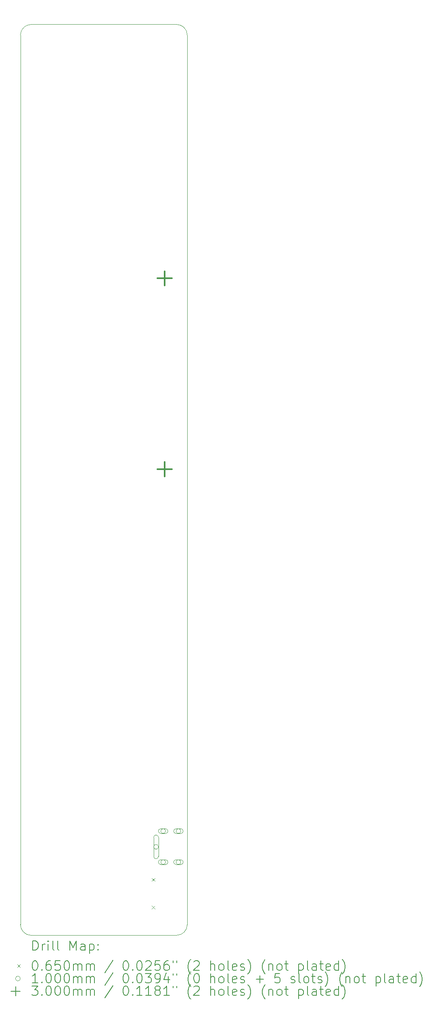
<source format=gbr>
%TF.GenerationSoftware,KiCad,Pcbnew,8.0.5-8.0.5-0~ubuntu24.04.1*%
%TF.CreationDate,2024-10-11T17:30:18+02:00*%
%TF.ProjectId,v_ggtermometer,76e46767-7465-4726-9d6f-6d657465722e,rev?*%
%TF.SameCoordinates,Original*%
%TF.FileFunction,Drillmap*%
%TF.FilePolarity,Positive*%
%FSLAX45Y45*%
G04 Gerber Fmt 4.5, Leading zero omitted, Abs format (unit mm)*
G04 Created by KiCad (PCBNEW 8.0.5-8.0.5-0~ubuntu24.04.1) date 2024-10-11 17:30:18*
%MOMM*%
%LPD*%
G01*
G04 APERTURE LIST*
%ADD10C,0.050000*%
%ADD11C,0.200000*%
%ADD12C,0.100000*%
%ADD13C,0.300000*%
G04 APERTURE END LIST*
D10*
X7375000Y-22300000D02*
G75*
G02*
X7150000Y-22525000I-225000J0D01*
G01*
X3875000Y-22300000D02*
X3875000Y-3650000D01*
X3875000Y-3650000D02*
G75*
G02*
X4100000Y-3425000I225000J0D01*
G01*
X4100000Y-22525000D02*
G75*
G02*
X3875000Y-22300000I0J225000D01*
G01*
X7150000Y-22525000D02*
X4100000Y-22525000D01*
X7150000Y-3425000D02*
G75*
G02*
X7375000Y-3650000I0J-225000D01*
G01*
X4100000Y-3425000D02*
X7150000Y-3425000D01*
X7375000Y-3650000D02*
X7375000Y-22300000D01*
D11*
D12*
X6631519Y-21326019D02*
X6696519Y-21391019D01*
X6696519Y-21326019D02*
X6631519Y-21391019D01*
X6631519Y-21904019D02*
X6696519Y-21969019D01*
X6696519Y-21904019D02*
X6631519Y-21969019D01*
X6770000Y-20670000D02*
G75*
G02*
X6670000Y-20670000I-50000J0D01*
G01*
X6670000Y-20670000D02*
G75*
G02*
X6770000Y-20670000I50000J0D01*
G01*
X6770000Y-20870000D02*
X6770000Y-20470000D01*
X6670000Y-20470000D02*
G75*
G02*
X6770000Y-20470000I50000J0D01*
G01*
X6670000Y-20470000D02*
X6670000Y-20870000D01*
X6670000Y-20870000D02*
G75*
G03*
X6770000Y-20870000I50000J0D01*
G01*
X6920000Y-20340000D02*
G75*
G02*
X6820000Y-20340000I-50000J0D01*
G01*
X6820000Y-20340000D02*
G75*
G02*
X6920000Y-20340000I50000J0D01*
G01*
X6820000Y-20390000D02*
X6920000Y-20390000D01*
X6920000Y-20290000D02*
G75*
G02*
X6920000Y-20390000I0J-50000D01*
G01*
X6920000Y-20290000D02*
X6820000Y-20290000D01*
X6820000Y-20290000D02*
G75*
G03*
X6820000Y-20390000I0J-50000D01*
G01*
X6920000Y-20990000D02*
G75*
G02*
X6820000Y-20990000I-50000J0D01*
G01*
X6820000Y-20990000D02*
G75*
G02*
X6920000Y-20990000I50000J0D01*
G01*
X6820000Y-21040000D02*
X6920000Y-21040000D01*
X6920000Y-20940000D02*
G75*
G02*
X6920000Y-21040000I0J-50000D01*
G01*
X6920000Y-20940000D02*
X6820000Y-20940000D01*
X6820000Y-20940000D02*
G75*
G03*
X6820000Y-21040000I0J-50000D01*
G01*
X7240000Y-20340000D02*
G75*
G02*
X7140000Y-20340000I-50000J0D01*
G01*
X7140000Y-20340000D02*
G75*
G02*
X7240000Y-20340000I50000J0D01*
G01*
X7140000Y-20390000D02*
X7240000Y-20390000D01*
X7240000Y-20290000D02*
G75*
G02*
X7240000Y-20390000I0J-50000D01*
G01*
X7240000Y-20290000D02*
X7140000Y-20290000D01*
X7140000Y-20290000D02*
G75*
G03*
X7140000Y-20390000I0J-50000D01*
G01*
X7240000Y-20990000D02*
G75*
G02*
X7140000Y-20990000I-50000J0D01*
G01*
X7140000Y-20990000D02*
G75*
G02*
X7240000Y-20990000I50000J0D01*
G01*
X7140000Y-21040000D02*
X7240000Y-21040000D01*
X7240000Y-20940000D02*
G75*
G02*
X7240000Y-21040000I0J-50000D01*
G01*
X7240000Y-20940000D02*
X7140000Y-20940000D01*
X7140000Y-20940000D02*
G75*
G03*
X7140000Y-21040000I0J-50000D01*
G01*
D13*
X6900000Y-8600000D02*
X6900000Y-8900000D01*
X6750000Y-8750000D02*
X7050000Y-8750000D01*
X6900000Y-12600000D02*
X6900000Y-12900000D01*
X6750000Y-12750000D02*
X7050000Y-12750000D01*
D11*
X4133277Y-22838984D02*
X4133277Y-22638984D01*
X4133277Y-22638984D02*
X4180896Y-22638984D01*
X4180896Y-22638984D02*
X4209467Y-22648508D01*
X4209467Y-22648508D02*
X4228515Y-22667555D01*
X4228515Y-22667555D02*
X4238039Y-22686603D01*
X4238039Y-22686603D02*
X4247563Y-22724698D01*
X4247563Y-22724698D02*
X4247563Y-22753269D01*
X4247563Y-22753269D02*
X4238039Y-22791365D01*
X4238039Y-22791365D02*
X4228515Y-22810412D01*
X4228515Y-22810412D02*
X4209467Y-22829460D01*
X4209467Y-22829460D02*
X4180896Y-22838984D01*
X4180896Y-22838984D02*
X4133277Y-22838984D01*
X4333277Y-22838984D02*
X4333277Y-22705650D01*
X4333277Y-22743746D02*
X4342801Y-22724698D01*
X4342801Y-22724698D02*
X4352324Y-22715174D01*
X4352324Y-22715174D02*
X4371372Y-22705650D01*
X4371372Y-22705650D02*
X4390420Y-22705650D01*
X4457086Y-22838984D02*
X4457086Y-22705650D01*
X4457086Y-22638984D02*
X4447563Y-22648508D01*
X4447563Y-22648508D02*
X4457086Y-22658031D01*
X4457086Y-22658031D02*
X4466610Y-22648508D01*
X4466610Y-22648508D02*
X4457086Y-22638984D01*
X4457086Y-22638984D02*
X4457086Y-22658031D01*
X4580896Y-22838984D02*
X4561848Y-22829460D01*
X4561848Y-22829460D02*
X4552324Y-22810412D01*
X4552324Y-22810412D02*
X4552324Y-22638984D01*
X4685658Y-22838984D02*
X4666610Y-22829460D01*
X4666610Y-22829460D02*
X4657086Y-22810412D01*
X4657086Y-22810412D02*
X4657086Y-22638984D01*
X4914229Y-22838984D02*
X4914229Y-22638984D01*
X4914229Y-22638984D02*
X4980896Y-22781841D01*
X4980896Y-22781841D02*
X5047563Y-22638984D01*
X5047563Y-22638984D02*
X5047563Y-22838984D01*
X5228515Y-22838984D02*
X5228515Y-22734222D01*
X5228515Y-22734222D02*
X5218991Y-22715174D01*
X5218991Y-22715174D02*
X5199944Y-22705650D01*
X5199944Y-22705650D02*
X5161848Y-22705650D01*
X5161848Y-22705650D02*
X5142801Y-22715174D01*
X5228515Y-22829460D02*
X5209467Y-22838984D01*
X5209467Y-22838984D02*
X5161848Y-22838984D01*
X5161848Y-22838984D02*
X5142801Y-22829460D01*
X5142801Y-22829460D02*
X5133277Y-22810412D01*
X5133277Y-22810412D02*
X5133277Y-22791365D01*
X5133277Y-22791365D02*
X5142801Y-22772317D01*
X5142801Y-22772317D02*
X5161848Y-22762793D01*
X5161848Y-22762793D02*
X5209467Y-22762793D01*
X5209467Y-22762793D02*
X5228515Y-22753269D01*
X5323753Y-22705650D02*
X5323753Y-22905650D01*
X5323753Y-22715174D02*
X5342801Y-22705650D01*
X5342801Y-22705650D02*
X5380896Y-22705650D01*
X5380896Y-22705650D02*
X5399944Y-22715174D01*
X5399944Y-22715174D02*
X5409467Y-22724698D01*
X5409467Y-22724698D02*
X5418991Y-22743746D01*
X5418991Y-22743746D02*
X5418991Y-22800888D01*
X5418991Y-22800888D02*
X5409467Y-22819936D01*
X5409467Y-22819936D02*
X5399944Y-22829460D01*
X5399944Y-22829460D02*
X5380896Y-22838984D01*
X5380896Y-22838984D02*
X5342801Y-22838984D01*
X5342801Y-22838984D02*
X5323753Y-22829460D01*
X5504705Y-22819936D02*
X5514229Y-22829460D01*
X5514229Y-22829460D02*
X5504705Y-22838984D01*
X5504705Y-22838984D02*
X5495182Y-22829460D01*
X5495182Y-22829460D02*
X5504705Y-22819936D01*
X5504705Y-22819936D02*
X5504705Y-22838984D01*
X5504705Y-22715174D02*
X5514229Y-22724698D01*
X5514229Y-22724698D02*
X5504705Y-22734222D01*
X5504705Y-22734222D02*
X5495182Y-22724698D01*
X5495182Y-22724698D02*
X5504705Y-22715174D01*
X5504705Y-22715174D02*
X5504705Y-22734222D01*
D12*
X3807500Y-23135000D02*
X3872500Y-23200000D01*
X3872500Y-23135000D02*
X3807500Y-23200000D01*
D11*
X4171372Y-23058984D02*
X4190420Y-23058984D01*
X4190420Y-23058984D02*
X4209467Y-23068508D01*
X4209467Y-23068508D02*
X4218991Y-23078031D01*
X4218991Y-23078031D02*
X4228515Y-23097079D01*
X4228515Y-23097079D02*
X4238039Y-23135174D01*
X4238039Y-23135174D02*
X4238039Y-23182793D01*
X4238039Y-23182793D02*
X4228515Y-23220888D01*
X4228515Y-23220888D02*
X4218991Y-23239936D01*
X4218991Y-23239936D02*
X4209467Y-23249460D01*
X4209467Y-23249460D02*
X4190420Y-23258984D01*
X4190420Y-23258984D02*
X4171372Y-23258984D01*
X4171372Y-23258984D02*
X4152324Y-23249460D01*
X4152324Y-23249460D02*
X4142801Y-23239936D01*
X4142801Y-23239936D02*
X4133277Y-23220888D01*
X4133277Y-23220888D02*
X4123753Y-23182793D01*
X4123753Y-23182793D02*
X4123753Y-23135174D01*
X4123753Y-23135174D02*
X4133277Y-23097079D01*
X4133277Y-23097079D02*
X4142801Y-23078031D01*
X4142801Y-23078031D02*
X4152324Y-23068508D01*
X4152324Y-23068508D02*
X4171372Y-23058984D01*
X4323753Y-23239936D02*
X4333277Y-23249460D01*
X4333277Y-23249460D02*
X4323753Y-23258984D01*
X4323753Y-23258984D02*
X4314229Y-23249460D01*
X4314229Y-23249460D02*
X4323753Y-23239936D01*
X4323753Y-23239936D02*
X4323753Y-23258984D01*
X4504705Y-23058984D02*
X4466610Y-23058984D01*
X4466610Y-23058984D02*
X4447563Y-23068508D01*
X4447563Y-23068508D02*
X4438039Y-23078031D01*
X4438039Y-23078031D02*
X4418991Y-23106603D01*
X4418991Y-23106603D02*
X4409467Y-23144698D01*
X4409467Y-23144698D02*
X4409467Y-23220888D01*
X4409467Y-23220888D02*
X4418991Y-23239936D01*
X4418991Y-23239936D02*
X4428515Y-23249460D01*
X4428515Y-23249460D02*
X4447563Y-23258984D01*
X4447563Y-23258984D02*
X4485658Y-23258984D01*
X4485658Y-23258984D02*
X4504705Y-23249460D01*
X4504705Y-23249460D02*
X4514229Y-23239936D01*
X4514229Y-23239936D02*
X4523753Y-23220888D01*
X4523753Y-23220888D02*
X4523753Y-23173269D01*
X4523753Y-23173269D02*
X4514229Y-23154222D01*
X4514229Y-23154222D02*
X4504705Y-23144698D01*
X4504705Y-23144698D02*
X4485658Y-23135174D01*
X4485658Y-23135174D02*
X4447563Y-23135174D01*
X4447563Y-23135174D02*
X4428515Y-23144698D01*
X4428515Y-23144698D02*
X4418991Y-23154222D01*
X4418991Y-23154222D02*
X4409467Y-23173269D01*
X4704705Y-23058984D02*
X4609467Y-23058984D01*
X4609467Y-23058984D02*
X4599944Y-23154222D01*
X4599944Y-23154222D02*
X4609467Y-23144698D01*
X4609467Y-23144698D02*
X4628515Y-23135174D01*
X4628515Y-23135174D02*
X4676134Y-23135174D01*
X4676134Y-23135174D02*
X4695182Y-23144698D01*
X4695182Y-23144698D02*
X4704705Y-23154222D01*
X4704705Y-23154222D02*
X4714229Y-23173269D01*
X4714229Y-23173269D02*
X4714229Y-23220888D01*
X4714229Y-23220888D02*
X4704705Y-23239936D01*
X4704705Y-23239936D02*
X4695182Y-23249460D01*
X4695182Y-23249460D02*
X4676134Y-23258984D01*
X4676134Y-23258984D02*
X4628515Y-23258984D01*
X4628515Y-23258984D02*
X4609467Y-23249460D01*
X4609467Y-23249460D02*
X4599944Y-23239936D01*
X4838039Y-23058984D02*
X4857086Y-23058984D01*
X4857086Y-23058984D02*
X4876134Y-23068508D01*
X4876134Y-23068508D02*
X4885658Y-23078031D01*
X4885658Y-23078031D02*
X4895182Y-23097079D01*
X4895182Y-23097079D02*
X4904705Y-23135174D01*
X4904705Y-23135174D02*
X4904705Y-23182793D01*
X4904705Y-23182793D02*
X4895182Y-23220888D01*
X4895182Y-23220888D02*
X4885658Y-23239936D01*
X4885658Y-23239936D02*
X4876134Y-23249460D01*
X4876134Y-23249460D02*
X4857086Y-23258984D01*
X4857086Y-23258984D02*
X4838039Y-23258984D01*
X4838039Y-23258984D02*
X4818991Y-23249460D01*
X4818991Y-23249460D02*
X4809467Y-23239936D01*
X4809467Y-23239936D02*
X4799944Y-23220888D01*
X4799944Y-23220888D02*
X4790420Y-23182793D01*
X4790420Y-23182793D02*
X4790420Y-23135174D01*
X4790420Y-23135174D02*
X4799944Y-23097079D01*
X4799944Y-23097079D02*
X4809467Y-23078031D01*
X4809467Y-23078031D02*
X4818991Y-23068508D01*
X4818991Y-23068508D02*
X4838039Y-23058984D01*
X4990420Y-23258984D02*
X4990420Y-23125650D01*
X4990420Y-23144698D02*
X4999944Y-23135174D01*
X4999944Y-23135174D02*
X5018991Y-23125650D01*
X5018991Y-23125650D02*
X5047563Y-23125650D01*
X5047563Y-23125650D02*
X5066610Y-23135174D01*
X5066610Y-23135174D02*
X5076134Y-23154222D01*
X5076134Y-23154222D02*
X5076134Y-23258984D01*
X5076134Y-23154222D02*
X5085658Y-23135174D01*
X5085658Y-23135174D02*
X5104705Y-23125650D01*
X5104705Y-23125650D02*
X5133277Y-23125650D01*
X5133277Y-23125650D02*
X5152325Y-23135174D01*
X5152325Y-23135174D02*
X5161848Y-23154222D01*
X5161848Y-23154222D02*
X5161848Y-23258984D01*
X5257086Y-23258984D02*
X5257086Y-23125650D01*
X5257086Y-23144698D02*
X5266610Y-23135174D01*
X5266610Y-23135174D02*
X5285658Y-23125650D01*
X5285658Y-23125650D02*
X5314229Y-23125650D01*
X5314229Y-23125650D02*
X5333277Y-23135174D01*
X5333277Y-23135174D02*
X5342801Y-23154222D01*
X5342801Y-23154222D02*
X5342801Y-23258984D01*
X5342801Y-23154222D02*
X5352325Y-23135174D01*
X5352325Y-23135174D02*
X5371372Y-23125650D01*
X5371372Y-23125650D02*
X5399944Y-23125650D01*
X5399944Y-23125650D02*
X5418991Y-23135174D01*
X5418991Y-23135174D02*
X5428515Y-23154222D01*
X5428515Y-23154222D02*
X5428515Y-23258984D01*
X5818991Y-23049460D02*
X5647563Y-23306603D01*
X6076134Y-23058984D02*
X6095182Y-23058984D01*
X6095182Y-23058984D02*
X6114229Y-23068508D01*
X6114229Y-23068508D02*
X6123753Y-23078031D01*
X6123753Y-23078031D02*
X6133277Y-23097079D01*
X6133277Y-23097079D02*
X6142801Y-23135174D01*
X6142801Y-23135174D02*
X6142801Y-23182793D01*
X6142801Y-23182793D02*
X6133277Y-23220888D01*
X6133277Y-23220888D02*
X6123753Y-23239936D01*
X6123753Y-23239936D02*
X6114229Y-23249460D01*
X6114229Y-23249460D02*
X6095182Y-23258984D01*
X6095182Y-23258984D02*
X6076134Y-23258984D01*
X6076134Y-23258984D02*
X6057086Y-23249460D01*
X6057086Y-23249460D02*
X6047563Y-23239936D01*
X6047563Y-23239936D02*
X6038039Y-23220888D01*
X6038039Y-23220888D02*
X6028515Y-23182793D01*
X6028515Y-23182793D02*
X6028515Y-23135174D01*
X6028515Y-23135174D02*
X6038039Y-23097079D01*
X6038039Y-23097079D02*
X6047563Y-23078031D01*
X6047563Y-23078031D02*
X6057086Y-23068508D01*
X6057086Y-23068508D02*
X6076134Y-23058984D01*
X6228515Y-23239936D02*
X6238039Y-23249460D01*
X6238039Y-23249460D02*
X6228515Y-23258984D01*
X6228515Y-23258984D02*
X6218991Y-23249460D01*
X6218991Y-23249460D02*
X6228515Y-23239936D01*
X6228515Y-23239936D02*
X6228515Y-23258984D01*
X6361848Y-23058984D02*
X6380896Y-23058984D01*
X6380896Y-23058984D02*
X6399944Y-23068508D01*
X6399944Y-23068508D02*
X6409467Y-23078031D01*
X6409467Y-23078031D02*
X6418991Y-23097079D01*
X6418991Y-23097079D02*
X6428515Y-23135174D01*
X6428515Y-23135174D02*
X6428515Y-23182793D01*
X6428515Y-23182793D02*
X6418991Y-23220888D01*
X6418991Y-23220888D02*
X6409467Y-23239936D01*
X6409467Y-23239936D02*
X6399944Y-23249460D01*
X6399944Y-23249460D02*
X6380896Y-23258984D01*
X6380896Y-23258984D02*
X6361848Y-23258984D01*
X6361848Y-23258984D02*
X6342801Y-23249460D01*
X6342801Y-23249460D02*
X6333277Y-23239936D01*
X6333277Y-23239936D02*
X6323753Y-23220888D01*
X6323753Y-23220888D02*
X6314229Y-23182793D01*
X6314229Y-23182793D02*
X6314229Y-23135174D01*
X6314229Y-23135174D02*
X6323753Y-23097079D01*
X6323753Y-23097079D02*
X6333277Y-23078031D01*
X6333277Y-23078031D02*
X6342801Y-23068508D01*
X6342801Y-23068508D02*
X6361848Y-23058984D01*
X6504706Y-23078031D02*
X6514229Y-23068508D01*
X6514229Y-23068508D02*
X6533277Y-23058984D01*
X6533277Y-23058984D02*
X6580896Y-23058984D01*
X6580896Y-23058984D02*
X6599944Y-23068508D01*
X6599944Y-23068508D02*
X6609467Y-23078031D01*
X6609467Y-23078031D02*
X6618991Y-23097079D01*
X6618991Y-23097079D02*
X6618991Y-23116127D01*
X6618991Y-23116127D02*
X6609467Y-23144698D01*
X6609467Y-23144698D02*
X6495182Y-23258984D01*
X6495182Y-23258984D02*
X6618991Y-23258984D01*
X6799944Y-23058984D02*
X6704706Y-23058984D01*
X6704706Y-23058984D02*
X6695182Y-23154222D01*
X6695182Y-23154222D02*
X6704706Y-23144698D01*
X6704706Y-23144698D02*
X6723753Y-23135174D01*
X6723753Y-23135174D02*
X6771372Y-23135174D01*
X6771372Y-23135174D02*
X6790420Y-23144698D01*
X6790420Y-23144698D02*
X6799944Y-23154222D01*
X6799944Y-23154222D02*
X6809467Y-23173269D01*
X6809467Y-23173269D02*
X6809467Y-23220888D01*
X6809467Y-23220888D02*
X6799944Y-23239936D01*
X6799944Y-23239936D02*
X6790420Y-23249460D01*
X6790420Y-23249460D02*
X6771372Y-23258984D01*
X6771372Y-23258984D02*
X6723753Y-23258984D01*
X6723753Y-23258984D02*
X6704706Y-23249460D01*
X6704706Y-23249460D02*
X6695182Y-23239936D01*
X6980896Y-23058984D02*
X6942801Y-23058984D01*
X6942801Y-23058984D02*
X6923753Y-23068508D01*
X6923753Y-23068508D02*
X6914229Y-23078031D01*
X6914229Y-23078031D02*
X6895182Y-23106603D01*
X6895182Y-23106603D02*
X6885658Y-23144698D01*
X6885658Y-23144698D02*
X6885658Y-23220888D01*
X6885658Y-23220888D02*
X6895182Y-23239936D01*
X6895182Y-23239936D02*
X6904706Y-23249460D01*
X6904706Y-23249460D02*
X6923753Y-23258984D01*
X6923753Y-23258984D02*
X6961848Y-23258984D01*
X6961848Y-23258984D02*
X6980896Y-23249460D01*
X6980896Y-23249460D02*
X6990420Y-23239936D01*
X6990420Y-23239936D02*
X6999944Y-23220888D01*
X6999944Y-23220888D02*
X6999944Y-23173269D01*
X6999944Y-23173269D02*
X6990420Y-23154222D01*
X6990420Y-23154222D02*
X6980896Y-23144698D01*
X6980896Y-23144698D02*
X6961848Y-23135174D01*
X6961848Y-23135174D02*
X6923753Y-23135174D01*
X6923753Y-23135174D02*
X6904706Y-23144698D01*
X6904706Y-23144698D02*
X6895182Y-23154222D01*
X6895182Y-23154222D02*
X6885658Y-23173269D01*
X7076134Y-23058984D02*
X7076134Y-23097079D01*
X7152325Y-23058984D02*
X7152325Y-23097079D01*
X7447563Y-23335174D02*
X7438039Y-23325650D01*
X7438039Y-23325650D02*
X7418991Y-23297079D01*
X7418991Y-23297079D02*
X7409468Y-23278031D01*
X7409468Y-23278031D02*
X7399944Y-23249460D01*
X7399944Y-23249460D02*
X7390420Y-23201841D01*
X7390420Y-23201841D02*
X7390420Y-23163746D01*
X7390420Y-23163746D02*
X7399944Y-23116127D01*
X7399944Y-23116127D02*
X7409468Y-23087555D01*
X7409468Y-23087555D02*
X7418991Y-23068508D01*
X7418991Y-23068508D02*
X7438039Y-23039936D01*
X7438039Y-23039936D02*
X7447563Y-23030412D01*
X7514229Y-23078031D02*
X7523753Y-23068508D01*
X7523753Y-23068508D02*
X7542801Y-23058984D01*
X7542801Y-23058984D02*
X7590420Y-23058984D01*
X7590420Y-23058984D02*
X7609468Y-23068508D01*
X7609468Y-23068508D02*
X7618991Y-23078031D01*
X7618991Y-23078031D02*
X7628515Y-23097079D01*
X7628515Y-23097079D02*
X7628515Y-23116127D01*
X7628515Y-23116127D02*
X7618991Y-23144698D01*
X7618991Y-23144698D02*
X7504706Y-23258984D01*
X7504706Y-23258984D02*
X7628515Y-23258984D01*
X7866610Y-23258984D02*
X7866610Y-23058984D01*
X7952325Y-23258984D02*
X7952325Y-23154222D01*
X7952325Y-23154222D02*
X7942801Y-23135174D01*
X7942801Y-23135174D02*
X7923753Y-23125650D01*
X7923753Y-23125650D02*
X7895182Y-23125650D01*
X7895182Y-23125650D02*
X7876134Y-23135174D01*
X7876134Y-23135174D02*
X7866610Y-23144698D01*
X8076134Y-23258984D02*
X8057087Y-23249460D01*
X8057087Y-23249460D02*
X8047563Y-23239936D01*
X8047563Y-23239936D02*
X8038039Y-23220888D01*
X8038039Y-23220888D02*
X8038039Y-23163746D01*
X8038039Y-23163746D02*
X8047563Y-23144698D01*
X8047563Y-23144698D02*
X8057087Y-23135174D01*
X8057087Y-23135174D02*
X8076134Y-23125650D01*
X8076134Y-23125650D02*
X8104706Y-23125650D01*
X8104706Y-23125650D02*
X8123753Y-23135174D01*
X8123753Y-23135174D02*
X8133277Y-23144698D01*
X8133277Y-23144698D02*
X8142801Y-23163746D01*
X8142801Y-23163746D02*
X8142801Y-23220888D01*
X8142801Y-23220888D02*
X8133277Y-23239936D01*
X8133277Y-23239936D02*
X8123753Y-23249460D01*
X8123753Y-23249460D02*
X8104706Y-23258984D01*
X8104706Y-23258984D02*
X8076134Y-23258984D01*
X8257087Y-23258984D02*
X8238039Y-23249460D01*
X8238039Y-23249460D02*
X8228515Y-23230412D01*
X8228515Y-23230412D02*
X8228515Y-23058984D01*
X8409468Y-23249460D02*
X8390420Y-23258984D01*
X8390420Y-23258984D02*
X8352325Y-23258984D01*
X8352325Y-23258984D02*
X8333277Y-23249460D01*
X8333277Y-23249460D02*
X8323753Y-23230412D01*
X8323753Y-23230412D02*
X8323753Y-23154222D01*
X8323753Y-23154222D02*
X8333277Y-23135174D01*
X8333277Y-23135174D02*
X8352325Y-23125650D01*
X8352325Y-23125650D02*
X8390420Y-23125650D01*
X8390420Y-23125650D02*
X8409468Y-23135174D01*
X8409468Y-23135174D02*
X8418992Y-23154222D01*
X8418992Y-23154222D02*
X8418992Y-23173269D01*
X8418992Y-23173269D02*
X8323753Y-23192317D01*
X8495182Y-23249460D02*
X8514230Y-23258984D01*
X8514230Y-23258984D02*
X8552325Y-23258984D01*
X8552325Y-23258984D02*
X8571373Y-23249460D01*
X8571373Y-23249460D02*
X8580896Y-23230412D01*
X8580896Y-23230412D02*
X8580896Y-23220888D01*
X8580896Y-23220888D02*
X8571373Y-23201841D01*
X8571373Y-23201841D02*
X8552325Y-23192317D01*
X8552325Y-23192317D02*
X8523753Y-23192317D01*
X8523753Y-23192317D02*
X8504706Y-23182793D01*
X8504706Y-23182793D02*
X8495182Y-23163746D01*
X8495182Y-23163746D02*
X8495182Y-23154222D01*
X8495182Y-23154222D02*
X8504706Y-23135174D01*
X8504706Y-23135174D02*
X8523753Y-23125650D01*
X8523753Y-23125650D02*
X8552325Y-23125650D01*
X8552325Y-23125650D02*
X8571373Y-23135174D01*
X8647563Y-23335174D02*
X8657087Y-23325650D01*
X8657087Y-23325650D02*
X8676134Y-23297079D01*
X8676134Y-23297079D02*
X8685658Y-23278031D01*
X8685658Y-23278031D02*
X8695182Y-23249460D01*
X8695182Y-23249460D02*
X8704706Y-23201841D01*
X8704706Y-23201841D02*
X8704706Y-23163746D01*
X8704706Y-23163746D02*
X8695182Y-23116127D01*
X8695182Y-23116127D02*
X8685658Y-23087555D01*
X8685658Y-23087555D02*
X8676134Y-23068508D01*
X8676134Y-23068508D02*
X8657087Y-23039936D01*
X8657087Y-23039936D02*
X8647563Y-23030412D01*
X9009468Y-23335174D02*
X8999944Y-23325650D01*
X8999944Y-23325650D02*
X8980896Y-23297079D01*
X8980896Y-23297079D02*
X8971373Y-23278031D01*
X8971373Y-23278031D02*
X8961849Y-23249460D01*
X8961849Y-23249460D02*
X8952325Y-23201841D01*
X8952325Y-23201841D02*
X8952325Y-23163746D01*
X8952325Y-23163746D02*
X8961849Y-23116127D01*
X8961849Y-23116127D02*
X8971373Y-23087555D01*
X8971373Y-23087555D02*
X8980896Y-23068508D01*
X8980896Y-23068508D02*
X8999944Y-23039936D01*
X8999944Y-23039936D02*
X9009468Y-23030412D01*
X9085658Y-23125650D02*
X9085658Y-23258984D01*
X9085658Y-23144698D02*
X9095182Y-23135174D01*
X9095182Y-23135174D02*
X9114230Y-23125650D01*
X9114230Y-23125650D02*
X9142801Y-23125650D01*
X9142801Y-23125650D02*
X9161849Y-23135174D01*
X9161849Y-23135174D02*
X9171373Y-23154222D01*
X9171373Y-23154222D02*
X9171373Y-23258984D01*
X9295182Y-23258984D02*
X9276134Y-23249460D01*
X9276134Y-23249460D02*
X9266611Y-23239936D01*
X9266611Y-23239936D02*
X9257087Y-23220888D01*
X9257087Y-23220888D02*
X9257087Y-23163746D01*
X9257087Y-23163746D02*
X9266611Y-23144698D01*
X9266611Y-23144698D02*
X9276134Y-23135174D01*
X9276134Y-23135174D02*
X9295182Y-23125650D01*
X9295182Y-23125650D02*
X9323754Y-23125650D01*
X9323754Y-23125650D02*
X9342801Y-23135174D01*
X9342801Y-23135174D02*
X9352325Y-23144698D01*
X9352325Y-23144698D02*
X9361849Y-23163746D01*
X9361849Y-23163746D02*
X9361849Y-23220888D01*
X9361849Y-23220888D02*
X9352325Y-23239936D01*
X9352325Y-23239936D02*
X9342801Y-23249460D01*
X9342801Y-23249460D02*
X9323754Y-23258984D01*
X9323754Y-23258984D02*
X9295182Y-23258984D01*
X9418992Y-23125650D02*
X9495182Y-23125650D01*
X9447563Y-23058984D02*
X9447563Y-23230412D01*
X9447563Y-23230412D02*
X9457087Y-23249460D01*
X9457087Y-23249460D02*
X9476134Y-23258984D01*
X9476134Y-23258984D02*
X9495182Y-23258984D01*
X9714230Y-23125650D02*
X9714230Y-23325650D01*
X9714230Y-23135174D02*
X9733277Y-23125650D01*
X9733277Y-23125650D02*
X9771373Y-23125650D01*
X9771373Y-23125650D02*
X9790420Y-23135174D01*
X9790420Y-23135174D02*
X9799944Y-23144698D01*
X9799944Y-23144698D02*
X9809468Y-23163746D01*
X9809468Y-23163746D02*
X9809468Y-23220888D01*
X9809468Y-23220888D02*
X9799944Y-23239936D01*
X9799944Y-23239936D02*
X9790420Y-23249460D01*
X9790420Y-23249460D02*
X9771373Y-23258984D01*
X9771373Y-23258984D02*
X9733277Y-23258984D01*
X9733277Y-23258984D02*
X9714230Y-23249460D01*
X9923754Y-23258984D02*
X9904706Y-23249460D01*
X9904706Y-23249460D02*
X9895182Y-23230412D01*
X9895182Y-23230412D02*
X9895182Y-23058984D01*
X10085658Y-23258984D02*
X10085658Y-23154222D01*
X10085658Y-23154222D02*
X10076135Y-23135174D01*
X10076135Y-23135174D02*
X10057087Y-23125650D01*
X10057087Y-23125650D02*
X10018992Y-23125650D01*
X10018992Y-23125650D02*
X9999944Y-23135174D01*
X10085658Y-23249460D02*
X10066611Y-23258984D01*
X10066611Y-23258984D02*
X10018992Y-23258984D01*
X10018992Y-23258984D02*
X9999944Y-23249460D01*
X9999944Y-23249460D02*
X9990420Y-23230412D01*
X9990420Y-23230412D02*
X9990420Y-23211365D01*
X9990420Y-23211365D02*
X9999944Y-23192317D01*
X9999944Y-23192317D02*
X10018992Y-23182793D01*
X10018992Y-23182793D02*
X10066611Y-23182793D01*
X10066611Y-23182793D02*
X10085658Y-23173269D01*
X10152325Y-23125650D02*
X10228515Y-23125650D01*
X10180896Y-23058984D02*
X10180896Y-23230412D01*
X10180896Y-23230412D02*
X10190420Y-23249460D01*
X10190420Y-23249460D02*
X10209468Y-23258984D01*
X10209468Y-23258984D02*
X10228515Y-23258984D01*
X10371373Y-23249460D02*
X10352325Y-23258984D01*
X10352325Y-23258984D02*
X10314230Y-23258984D01*
X10314230Y-23258984D02*
X10295182Y-23249460D01*
X10295182Y-23249460D02*
X10285658Y-23230412D01*
X10285658Y-23230412D02*
X10285658Y-23154222D01*
X10285658Y-23154222D02*
X10295182Y-23135174D01*
X10295182Y-23135174D02*
X10314230Y-23125650D01*
X10314230Y-23125650D02*
X10352325Y-23125650D01*
X10352325Y-23125650D02*
X10371373Y-23135174D01*
X10371373Y-23135174D02*
X10380896Y-23154222D01*
X10380896Y-23154222D02*
X10380896Y-23173269D01*
X10380896Y-23173269D02*
X10285658Y-23192317D01*
X10552325Y-23258984D02*
X10552325Y-23058984D01*
X10552325Y-23249460D02*
X10533277Y-23258984D01*
X10533277Y-23258984D02*
X10495182Y-23258984D01*
X10495182Y-23258984D02*
X10476135Y-23249460D01*
X10476135Y-23249460D02*
X10466611Y-23239936D01*
X10466611Y-23239936D02*
X10457087Y-23220888D01*
X10457087Y-23220888D02*
X10457087Y-23163746D01*
X10457087Y-23163746D02*
X10466611Y-23144698D01*
X10466611Y-23144698D02*
X10476135Y-23135174D01*
X10476135Y-23135174D02*
X10495182Y-23125650D01*
X10495182Y-23125650D02*
X10533277Y-23125650D01*
X10533277Y-23125650D02*
X10552325Y-23135174D01*
X10628516Y-23335174D02*
X10638039Y-23325650D01*
X10638039Y-23325650D02*
X10657087Y-23297079D01*
X10657087Y-23297079D02*
X10666611Y-23278031D01*
X10666611Y-23278031D02*
X10676135Y-23249460D01*
X10676135Y-23249460D02*
X10685658Y-23201841D01*
X10685658Y-23201841D02*
X10685658Y-23163746D01*
X10685658Y-23163746D02*
X10676135Y-23116127D01*
X10676135Y-23116127D02*
X10666611Y-23087555D01*
X10666611Y-23087555D02*
X10657087Y-23068508D01*
X10657087Y-23068508D02*
X10638039Y-23039936D01*
X10638039Y-23039936D02*
X10628516Y-23030412D01*
D12*
X3872500Y-23431500D02*
G75*
G02*
X3772500Y-23431500I-50000J0D01*
G01*
X3772500Y-23431500D02*
G75*
G02*
X3872500Y-23431500I50000J0D01*
G01*
D11*
X4238039Y-23522984D02*
X4123753Y-23522984D01*
X4180896Y-23522984D02*
X4180896Y-23322984D01*
X4180896Y-23322984D02*
X4161848Y-23351555D01*
X4161848Y-23351555D02*
X4142801Y-23370603D01*
X4142801Y-23370603D02*
X4123753Y-23380127D01*
X4323753Y-23503936D02*
X4333277Y-23513460D01*
X4333277Y-23513460D02*
X4323753Y-23522984D01*
X4323753Y-23522984D02*
X4314229Y-23513460D01*
X4314229Y-23513460D02*
X4323753Y-23503936D01*
X4323753Y-23503936D02*
X4323753Y-23522984D01*
X4457086Y-23322984D02*
X4476134Y-23322984D01*
X4476134Y-23322984D02*
X4495182Y-23332508D01*
X4495182Y-23332508D02*
X4504705Y-23342031D01*
X4504705Y-23342031D02*
X4514229Y-23361079D01*
X4514229Y-23361079D02*
X4523753Y-23399174D01*
X4523753Y-23399174D02*
X4523753Y-23446793D01*
X4523753Y-23446793D02*
X4514229Y-23484888D01*
X4514229Y-23484888D02*
X4504705Y-23503936D01*
X4504705Y-23503936D02*
X4495182Y-23513460D01*
X4495182Y-23513460D02*
X4476134Y-23522984D01*
X4476134Y-23522984D02*
X4457086Y-23522984D01*
X4457086Y-23522984D02*
X4438039Y-23513460D01*
X4438039Y-23513460D02*
X4428515Y-23503936D01*
X4428515Y-23503936D02*
X4418991Y-23484888D01*
X4418991Y-23484888D02*
X4409467Y-23446793D01*
X4409467Y-23446793D02*
X4409467Y-23399174D01*
X4409467Y-23399174D02*
X4418991Y-23361079D01*
X4418991Y-23361079D02*
X4428515Y-23342031D01*
X4428515Y-23342031D02*
X4438039Y-23332508D01*
X4438039Y-23332508D02*
X4457086Y-23322984D01*
X4647563Y-23322984D02*
X4666610Y-23322984D01*
X4666610Y-23322984D02*
X4685658Y-23332508D01*
X4685658Y-23332508D02*
X4695182Y-23342031D01*
X4695182Y-23342031D02*
X4704705Y-23361079D01*
X4704705Y-23361079D02*
X4714229Y-23399174D01*
X4714229Y-23399174D02*
X4714229Y-23446793D01*
X4714229Y-23446793D02*
X4704705Y-23484888D01*
X4704705Y-23484888D02*
X4695182Y-23503936D01*
X4695182Y-23503936D02*
X4685658Y-23513460D01*
X4685658Y-23513460D02*
X4666610Y-23522984D01*
X4666610Y-23522984D02*
X4647563Y-23522984D01*
X4647563Y-23522984D02*
X4628515Y-23513460D01*
X4628515Y-23513460D02*
X4618991Y-23503936D01*
X4618991Y-23503936D02*
X4609467Y-23484888D01*
X4609467Y-23484888D02*
X4599944Y-23446793D01*
X4599944Y-23446793D02*
X4599944Y-23399174D01*
X4599944Y-23399174D02*
X4609467Y-23361079D01*
X4609467Y-23361079D02*
X4618991Y-23342031D01*
X4618991Y-23342031D02*
X4628515Y-23332508D01*
X4628515Y-23332508D02*
X4647563Y-23322984D01*
X4838039Y-23322984D02*
X4857086Y-23322984D01*
X4857086Y-23322984D02*
X4876134Y-23332508D01*
X4876134Y-23332508D02*
X4885658Y-23342031D01*
X4885658Y-23342031D02*
X4895182Y-23361079D01*
X4895182Y-23361079D02*
X4904705Y-23399174D01*
X4904705Y-23399174D02*
X4904705Y-23446793D01*
X4904705Y-23446793D02*
X4895182Y-23484888D01*
X4895182Y-23484888D02*
X4885658Y-23503936D01*
X4885658Y-23503936D02*
X4876134Y-23513460D01*
X4876134Y-23513460D02*
X4857086Y-23522984D01*
X4857086Y-23522984D02*
X4838039Y-23522984D01*
X4838039Y-23522984D02*
X4818991Y-23513460D01*
X4818991Y-23513460D02*
X4809467Y-23503936D01*
X4809467Y-23503936D02*
X4799944Y-23484888D01*
X4799944Y-23484888D02*
X4790420Y-23446793D01*
X4790420Y-23446793D02*
X4790420Y-23399174D01*
X4790420Y-23399174D02*
X4799944Y-23361079D01*
X4799944Y-23361079D02*
X4809467Y-23342031D01*
X4809467Y-23342031D02*
X4818991Y-23332508D01*
X4818991Y-23332508D02*
X4838039Y-23322984D01*
X4990420Y-23522984D02*
X4990420Y-23389650D01*
X4990420Y-23408698D02*
X4999944Y-23399174D01*
X4999944Y-23399174D02*
X5018991Y-23389650D01*
X5018991Y-23389650D02*
X5047563Y-23389650D01*
X5047563Y-23389650D02*
X5066610Y-23399174D01*
X5066610Y-23399174D02*
X5076134Y-23418222D01*
X5076134Y-23418222D02*
X5076134Y-23522984D01*
X5076134Y-23418222D02*
X5085658Y-23399174D01*
X5085658Y-23399174D02*
X5104705Y-23389650D01*
X5104705Y-23389650D02*
X5133277Y-23389650D01*
X5133277Y-23389650D02*
X5152325Y-23399174D01*
X5152325Y-23399174D02*
X5161848Y-23418222D01*
X5161848Y-23418222D02*
X5161848Y-23522984D01*
X5257086Y-23522984D02*
X5257086Y-23389650D01*
X5257086Y-23408698D02*
X5266610Y-23399174D01*
X5266610Y-23399174D02*
X5285658Y-23389650D01*
X5285658Y-23389650D02*
X5314229Y-23389650D01*
X5314229Y-23389650D02*
X5333277Y-23399174D01*
X5333277Y-23399174D02*
X5342801Y-23418222D01*
X5342801Y-23418222D02*
X5342801Y-23522984D01*
X5342801Y-23418222D02*
X5352325Y-23399174D01*
X5352325Y-23399174D02*
X5371372Y-23389650D01*
X5371372Y-23389650D02*
X5399944Y-23389650D01*
X5399944Y-23389650D02*
X5418991Y-23399174D01*
X5418991Y-23399174D02*
X5428515Y-23418222D01*
X5428515Y-23418222D02*
X5428515Y-23522984D01*
X5818991Y-23313460D02*
X5647563Y-23570603D01*
X6076134Y-23322984D02*
X6095182Y-23322984D01*
X6095182Y-23322984D02*
X6114229Y-23332508D01*
X6114229Y-23332508D02*
X6123753Y-23342031D01*
X6123753Y-23342031D02*
X6133277Y-23361079D01*
X6133277Y-23361079D02*
X6142801Y-23399174D01*
X6142801Y-23399174D02*
X6142801Y-23446793D01*
X6142801Y-23446793D02*
X6133277Y-23484888D01*
X6133277Y-23484888D02*
X6123753Y-23503936D01*
X6123753Y-23503936D02*
X6114229Y-23513460D01*
X6114229Y-23513460D02*
X6095182Y-23522984D01*
X6095182Y-23522984D02*
X6076134Y-23522984D01*
X6076134Y-23522984D02*
X6057086Y-23513460D01*
X6057086Y-23513460D02*
X6047563Y-23503936D01*
X6047563Y-23503936D02*
X6038039Y-23484888D01*
X6038039Y-23484888D02*
X6028515Y-23446793D01*
X6028515Y-23446793D02*
X6028515Y-23399174D01*
X6028515Y-23399174D02*
X6038039Y-23361079D01*
X6038039Y-23361079D02*
X6047563Y-23342031D01*
X6047563Y-23342031D02*
X6057086Y-23332508D01*
X6057086Y-23332508D02*
X6076134Y-23322984D01*
X6228515Y-23503936D02*
X6238039Y-23513460D01*
X6238039Y-23513460D02*
X6228515Y-23522984D01*
X6228515Y-23522984D02*
X6218991Y-23513460D01*
X6218991Y-23513460D02*
X6228515Y-23503936D01*
X6228515Y-23503936D02*
X6228515Y-23522984D01*
X6361848Y-23322984D02*
X6380896Y-23322984D01*
X6380896Y-23322984D02*
X6399944Y-23332508D01*
X6399944Y-23332508D02*
X6409467Y-23342031D01*
X6409467Y-23342031D02*
X6418991Y-23361079D01*
X6418991Y-23361079D02*
X6428515Y-23399174D01*
X6428515Y-23399174D02*
X6428515Y-23446793D01*
X6428515Y-23446793D02*
X6418991Y-23484888D01*
X6418991Y-23484888D02*
X6409467Y-23503936D01*
X6409467Y-23503936D02*
X6399944Y-23513460D01*
X6399944Y-23513460D02*
X6380896Y-23522984D01*
X6380896Y-23522984D02*
X6361848Y-23522984D01*
X6361848Y-23522984D02*
X6342801Y-23513460D01*
X6342801Y-23513460D02*
X6333277Y-23503936D01*
X6333277Y-23503936D02*
X6323753Y-23484888D01*
X6323753Y-23484888D02*
X6314229Y-23446793D01*
X6314229Y-23446793D02*
X6314229Y-23399174D01*
X6314229Y-23399174D02*
X6323753Y-23361079D01*
X6323753Y-23361079D02*
X6333277Y-23342031D01*
X6333277Y-23342031D02*
X6342801Y-23332508D01*
X6342801Y-23332508D02*
X6361848Y-23322984D01*
X6495182Y-23322984D02*
X6618991Y-23322984D01*
X6618991Y-23322984D02*
X6552325Y-23399174D01*
X6552325Y-23399174D02*
X6580896Y-23399174D01*
X6580896Y-23399174D02*
X6599944Y-23408698D01*
X6599944Y-23408698D02*
X6609467Y-23418222D01*
X6609467Y-23418222D02*
X6618991Y-23437269D01*
X6618991Y-23437269D02*
X6618991Y-23484888D01*
X6618991Y-23484888D02*
X6609467Y-23503936D01*
X6609467Y-23503936D02*
X6599944Y-23513460D01*
X6599944Y-23513460D02*
X6580896Y-23522984D01*
X6580896Y-23522984D02*
X6523753Y-23522984D01*
X6523753Y-23522984D02*
X6504706Y-23513460D01*
X6504706Y-23513460D02*
X6495182Y-23503936D01*
X6714229Y-23522984D02*
X6752325Y-23522984D01*
X6752325Y-23522984D02*
X6771372Y-23513460D01*
X6771372Y-23513460D02*
X6780896Y-23503936D01*
X6780896Y-23503936D02*
X6799944Y-23475365D01*
X6799944Y-23475365D02*
X6809467Y-23437269D01*
X6809467Y-23437269D02*
X6809467Y-23361079D01*
X6809467Y-23361079D02*
X6799944Y-23342031D01*
X6799944Y-23342031D02*
X6790420Y-23332508D01*
X6790420Y-23332508D02*
X6771372Y-23322984D01*
X6771372Y-23322984D02*
X6733277Y-23322984D01*
X6733277Y-23322984D02*
X6714229Y-23332508D01*
X6714229Y-23332508D02*
X6704706Y-23342031D01*
X6704706Y-23342031D02*
X6695182Y-23361079D01*
X6695182Y-23361079D02*
X6695182Y-23408698D01*
X6695182Y-23408698D02*
X6704706Y-23427746D01*
X6704706Y-23427746D02*
X6714229Y-23437269D01*
X6714229Y-23437269D02*
X6733277Y-23446793D01*
X6733277Y-23446793D02*
X6771372Y-23446793D01*
X6771372Y-23446793D02*
X6790420Y-23437269D01*
X6790420Y-23437269D02*
X6799944Y-23427746D01*
X6799944Y-23427746D02*
X6809467Y-23408698D01*
X6980896Y-23389650D02*
X6980896Y-23522984D01*
X6933277Y-23313460D02*
X6885658Y-23456317D01*
X6885658Y-23456317D02*
X7009467Y-23456317D01*
X7076134Y-23322984D02*
X7076134Y-23361079D01*
X7152325Y-23322984D02*
X7152325Y-23361079D01*
X7447563Y-23599174D02*
X7438039Y-23589650D01*
X7438039Y-23589650D02*
X7418991Y-23561079D01*
X7418991Y-23561079D02*
X7409468Y-23542031D01*
X7409468Y-23542031D02*
X7399944Y-23513460D01*
X7399944Y-23513460D02*
X7390420Y-23465841D01*
X7390420Y-23465841D02*
X7390420Y-23427746D01*
X7390420Y-23427746D02*
X7399944Y-23380127D01*
X7399944Y-23380127D02*
X7409468Y-23351555D01*
X7409468Y-23351555D02*
X7418991Y-23332508D01*
X7418991Y-23332508D02*
X7438039Y-23303936D01*
X7438039Y-23303936D02*
X7447563Y-23294412D01*
X7561848Y-23322984D02*
X7580896Y-23322984D01*
X7580896Y-23322984D02*
X7599944Y-23332508D01*
X7599944Y-23332508D02*
X7609468Y-23342031D01*
X7609468Y-23342031D02*
X7618991Y-23361079D01*
X7618991Y-23361079D02*
X7628515Y-23399174D01*
X7628515Y-23399174D02*
X7628515Y-23446793D01*
X7628515Y-23446793D02*
X7618991Y-23484888D01*
X7618991Y-23484888D02*
X7609468Y-23503936D01*
X7609468Y-23503936D02*
X7599944Y-23513460D01*
X7599944Y-23513460D02*
X7580896Y-23522984D01*
X7580896Y-23522984D02*
X7561848Y-23522984D01*
X7561848Y-23522984D02*
X7542801Y-23513460D01*
X7542801Y-23513460D02*
X7533277Y-23503936D01*
X7533277Y-23503936D02*
X7523753Y-23484888D01*
X7523753Y-23484888D02*
X7514229Y-23446793D01*
X7514229Y-23446793D02*
X7514229Y-23399174D01*
X7514229Y-23399174D02*
X7523753Y-23361079D01*
X7523753Y-23361079D02*
X7533277Y-23342031D01*
X7533277Y-23342031D02*
X7542801Y-23332508D01*
X7542801Y-23332508D02*
X7561848Y-23322984D01*
X7866610Y-23522984D02*
X7866610Y-23322984D01*
X7952325Y-23522984D02*
X7952325Y-23418222D01*
X7952325Y-23418222D02*
X7942801Y-23399174D01*
X7942801Y-23399174D02*
X7923753Y-23389650D01*
X7923753Y-23389650D02*
X7895182Y-23389650D01*
X7895182Y-23389650D02*
X7876134Y-23399174D01*
X7876134Y-23399174D02*
X7866610Y-23408698D01*
X8076134Y-23522984D02*
X8057087Y-23513460D01*
X8057087Y-23513460D02*
X8047563Y-23503936D01*
X8047563Y-23503936D02*
X8038039Y-23484888D01*
X8038039Y-23484888D02*
X8038039Y-23427746D01*
X8038039Y-23427746D02*
X8047563Y-23408698D01*
X8047563Y-23408698D02*
X8057087Y-23399174D01*
X8057087Y-23399174D02*
X8076134Y-23389650D01*
X8076134Y-23389650D02*
X8104706Y-23389650D01*
X8104706Y-23389650D02*
X8123753Y-23399174D01*
X8123753Y-23399174D02*
X8133277Y-23408698D01*
X8133277Y-23408698D02*
X8142801Y-23427746D01*
X8142801Y-23427746D02*
X8142801Y-23484888D01*
X8142801Y-23484888D02*
X8133277Y-23503936D01*
X8133277Y-23503936D02*
X8123753Y-23513460D01*
X8123753Y-23513460D02*
X8104706Y-23522984D01*
X8104706Y-23522984D02*
X8076134Y-23522984D01*
X8257087Y-23522984D02*
X8238039Y-23513460D01*
X8238039Y-23513460D02*
X8228515Y-23494412D01*
X8228515Y-23494412D02*
X8228515Y-23322984D01*
X8409468Y-23513460D02*
X8390420Y-23522984D01*
X8390420Y-23522984D02*
X8352325Y-23522984D01*
X8352325Y-23522984D02*
X8333277Y-23513460D01*
X8333277Y-23513460D02*
X8323753Y-23494412D01*
X8323753Y-23494412D02*
X8323753Y-23418222D01*
X8323753Y-23418222D02*
X8333277Y-23399174D01*
X8333277Y-23399174D02*
X8352325Y-23389650D01*
X8352325Y-23389650D02*
X8390420Y-23389650D01*
X8390420Y-23389650D02*
X8409468Y-23399174D01*
X8409468Y-23399174D02*
X8418992Y-23418222D01*
X8418992Y-23418222D02*
X8418992Y-23437269D01*
X8418992Y-23437269D02*
X8323753Y-23456317D01*
X8495182Y-23513460D02*
X8514230Y-23522984D01*
X8514230Y-23522984D02*
X8552325Y-23522984D01*
X8552325Y-23522984D02*
X8571373Y-23513460D01*
X8571373Y-23513460D02*
X8580896Y-23494412D01*
X8580896Y-23494412D02*
X8580896Y-23484888D01*
X8580896Y-23484888D02*
X8571373Y-23465841D01*
X8571373Y-23465841D02*
X8552325Y-23456317D01*
X8552325Y-23456317D02*
X8523753Y-23456317D01*
X8523753Y-23456317D02*
X8504706Y-23446793D01*
X8504706Y-23446793D02*
X8495182Y-23427746D01*
X8495182Y-23427746D02*
X8495182Y-23418222D01*
X8495182Y-23418222D02*
X8504706Y-23399174D01*
X8504706Y-23399174D02*
X8523753Y-23389650D01*
X8523753Y-23389650D02*
X8552325Y-23389650D01*
X8552325Y-23389650D02*
X8571373Y-23399174D01*
X8818992Y-23446793D02*
X8971373Y-23446793D01*
X8895182Y-23522984D02*
X8895182Y-23370603D01*
X9314230Y-23322984D02*
X9218992Y-23322984D01*
X9218992Y-23322984D02*
X9209468Y-23418222D01*
X9209468Y-23418222D02*
X9218992Y-23408698D01*
X9218992Y-23408698D02*
X9238039Y-23399174D01*
X9238039Y-23399174D02*
X9285658Y-23399174D01*
X9285658Y-23399174D02*
X9304706Y-23408698D01*
X9304706Y-23408698D02*
X9314230Y-23418222D01*
X9314230Y-23418222D02*
X9323754Y-23437269D01*
X9323754Y-23437269D02*
X9323754Y-23484888D01*
X9323754Y-23484888D02*
X9314230Y-23503936D01*
X9314230Y-23503936D02*
X9304706Y-23513460D01*
X9304706Y-23513460D02*
X9285658Y-23522984D01*
X9285658Y-23522984D02*
X9238039Y-23522984D01*
X9238039Y-23522984D02*
X9218992Y-23513460D01*
X9218992Y-23513460D02*
X9209468Y-23503936D01*
X9552325Y-23513460D02*
X9571373Y-23522984D01*
X9571373Y-23522984D02*
X9609468Y-23522984D01*
X9609468Y-23522984D02*
X9628516Y-23513460D01*
X9628516Y-23513460D02*
X9638039Y-23494412D01*
X9638039Y-23494412D02*
X9638039Y-23484888D01*
X9638039Y-23484888D02*
X9628516Y-23465841D01*
X9628516Y-23465841D02*
X9609468Y-23456317D01*
X9609468Y-23456317D02*
X9580896Y-23456317D01*
X9580896Y-23456317D02*
X9561849Y-23446793D01*
X9561849Y-23446793D02*
X9552325Y-23427746D01*
X9552325Y-23427746D02*
X9552325Y-23418222D01*
X9552325Y-23418222D02*
X9561849Y-23399174D01*
X9561849Y-23399174D02*
X9580896Y-23389650D01*
X9580896Y-23389650D02*
X9609468Y-23389650D01*
X9609468Y-23389650D02*
X9628516Y-23399174D01*
X9752325Y-23522984D02*
X9733277Y-23513460D01*
X9733277Y-23513460D02*
X9723754Y-23494412D01*
X9723754Y-23494412D02*
X9723754Y-23322984D01*
X9857087Y-23522984D02*
X9838039Y-23513460D01*
X9838039Y-23513460D02*
X9828516Y-23503936D01*
X9828516Y-23503936D02*
X9818992Y-23484888D01*
X9818992Y-23484888D02*
X9818992Y-23427746D01*
X9818992Y-23427746D02*
X9828516Y-23408698D01*
X9828516Y-23408698D02*
X9838039Y-23399174D01*
X9838039Y-23399174D02*
X9857087Y-23389650D01*
X9857087Y-23389650D02*
X9885658Y-23389650D01*
X9885658Y-23389650D02*
X9904706Y-23399174D01*
X9904706Y-23399174D02*
X9914230Y-23408698D01*
X9914230Y-23408698D02*
X9923754Y-23427746D01*
X9923754Y-23427746D02*
X9923754Y-23484888D01*
X9923754Y-23484888D02*
X9914230Y-23503936D01*
X9914230Y-23503936D02*
X9904706Y-23513460D01*
X9904706Y-23513460D02*
X9885658Y-23522984D01*
X9885658Y-23522984D02*
X9857087Y-23522984D01*
X9980897Y-23389650D02*
X10057087Y-23389650D01*
X10009468Y-23322984D02*
X10009468Y-23494412D01*
X10009468Y-23494412D02*
X10018992Y-23513460D01*
X10018992Y-23513460D02*
X10038039Y-23522984D01*
X10038039Y-23522984D02*
X10057087Y-23522984D01*
X10114230Y-23513460D02*
X10133277Y-23522984D01*
X10133277Y-23522984D02*
X10171373Y-23522984D01*
X10171373Y-23522984D02*
X10190420Y-23513460D01*
X10190420Y-23513460D02*
X10199944Y-23494412D01*
X10199944Y-23494412D02*
X10199944Y-23484888D01*
X10199944Y-23484888D02*
X10190420Y-23465841D01*
X10190420Y-23465841D02*
X10171373Y-23456317D01*
X10171373Y-23456317D02*
X10142801Y-23456317D01*
X10142801Y-23456317D02*
X10123754Y-23446793D01*
X10123754Y-23446793D02*
X10114230Y-23427746D01*
X10114230Y-23427746D02*
X10114230Y-23418222D01*
X10114230Y-23418222D02*
X10123754Y-23399174D01*
X10123754Y-23399174D02*
X10142801Y-23389650D01*
X10142801Y-23389650D02*
X10171373Y-23389650D01*
X10171373Y-23389650D02*
X10190420Y-23399174D01*
X10266611Y-23599174D02*
X10276135Y-23589650D01*
X10276135Y-23589650D02*
X10295182Y-23561079D01*
X10295182Y-23561079D02*
X10304706Y-23542031D01*
X10304706Y-23542031D02*
X10314230Y-23513460D01*
X10314230Y-23513460D02*
X10323754Y-23465841D01*
X10323754Y-23465841D02*
X10323754Y-23427746D01*
X10323754Y-23427746D02*
X10314230Y-23380127D01*
X10314230Y-23380127D02*
X10304706Y-23351555D01*
X10304706Y-23351555D02*
X10295182Y-23332508D01*
X10295182Y-23332508D02*
X10276135Y-23303936D01*
X10276135Y-23303936D02*
X10266611Y-23294412D01*
X10628516Y-23599174D02*
X10618992Y-23589650D01*
X10618992Y-23589650D02*
X10599944Y-23561079D01*
X10599944Y-23561079D02*
X10590420Y-23542031D01*
X10590420Y-23542031D02*
X10580897Y-23513460D01*
X10580897Y-23513460D02*
X10571373Y-23465841D01*
X10571373Y-23465841D02*
X10571373Y-23427746D01*
X10571373Y-23427746D02*
X10580897Y-23380127D01*
X10580897Y-23380127D02*
X10590420Y-23351555D01*
X10590420Y-23351555D02*
X10599944Y-23332508D01*
X10599944Y-23332508D02*
X10618992Y-23303936D01*
X10618992Y-23303936D02*
X10628516Y-23294412D01*
X10704706Y-23389650D02*
X10704706Y-23522984D01*
X10704706Y-23408698D02*
X10714230Y-23399174D01*
X10714230Y-23399174D02*
X10733277Y-23389650D01*
X10733277Y-23389650D02*
X10761849Y-23389650D01*
X10761849Y-23389650D02*
X10780897Y-23399174D01*
X10780897Y-23399174D02*
X10790420Y-23418222D01*
X10790420Y-23418222D02*
X10790420Y-23522984D01*
X10914230Y-23522984D02*
X10895182Y-23513460D01*
X10895182Y-23513460D02*
X10885658Y-23503936D01*
X10885658Y-23503936D02*
X10876135Y-23484888D01*
X10876135Y-23484888D02*
X10876135Y-23427746D01*
X10876135Y-23427746D02*
X10885658Y-23408698D01*
X10885658Y-23408698D02*
X10895182Y-23399174D01*
X10895182Y-23399174D02*
X10914230Y-23389650D01*
X10914230Y-23389650D02*
X10942801Y-23389650D01*
X10942801Y-23389650D02*
X10961849Y-23399174D01*
X10961849Y-23399174D02*
X10971373Y-23408698D01*
X10971373Y-23408698D02*
X10980897Y-23427746D01*
X10980897Y-23427746D02*
X10980897Y-23484888D01*
X10980897Y-23484888D02*
X10971373Y-23503936D01*
X10971373Y-23503936D02*
X10961849Y-23513460D01*
X10961849Y-23513460D02*
X10942801Y-23522984D01*
X10942801Y-23522984D02*
X10914230Y-23522984D01*
X11038039Y-23389650D02*
X11114230Y-23389650D01*
X11066611Y-23322984D02*
X11066611Y-23494412D01*
X11066611Y-23494412D02*
X11076135Y-23513460D01*
X11076135Y-23513460D02*
X11095182Y-23522984D01*
X11095182Y-23522984D02*
X11114230Y-23522984D01*
X11333277Y-23389650D02*
X11333277Y-23589650D01*
X11333277Y-23399174D02*
X11352325Y-23389650D01*
X11352325Y-23389650D02*
X11390420Y-23389650D01*
X11390420Y-23389650D02*
X11409468Y-23399174D01*
X11409468Y-23399174D02*
X11418992Y-23408698D01*
X11418992Y-23408698D02*
X11428516Y-23427746D01*
X11428516Y-23427746D02*
X11428516Y-23484888D01*
X11428516Y-23484888D02*
X11418992Y-23503936D01*
X11418992Y-23503936D02*
X11409468Y-23513460D01*
X11409468Y-23513460D02*
X11390420Y-23522984D01*
X11390420Y-23522984D02*
X11352325Y-23522984D01*
X11352325Y-23522984D02*
X11333277Y-23513460D01*
X11542801Y-23522984D02*
X11523754Y-23513460D01*
X11523754Y-23513460D02*
X11514230Y-23494412D01*
X11514230Y-23494412D02*
X11514230Y-23322984D01*
X11704706Y-23522984D02*
X11704706Y-23418222D01*
X11704706Y-23418222D02*
X11695182Y-23399174D01*
X11695182Y-23399174D02*
X11676135Y-23389650D01*
X11676135Y-23389650D02*
X11638039Y-23389650D01*
X11638039Y-23389650D02*
X11618992Y-23399174D01*
X11704706Y-23513460D02*
X11685658Y-23522984D01*
X11685658Y-23522984D02*
X11638039Y-23522984D01*
X11638039Y-23522984D02*
X11618992Y-23513460D01*
X11618992Y-23513460D02*
X11609468Y-23494412D01*
X11609468Y-23494412D02*
X11609468Y-23475365D01*
X11609468Y-23475365D02*
X11618992Y-23456317D01*
X11618992Y-23456317D02*
X11638039Y-23446793D01*
X11638039Y-23446793D02*
X11685658Y-23446793D01*
X11685658Y-23446793D02*
X11704706Y-23437269D01*
X11771373Y-23389650D02*
X11847563Y-23389650D01*
X11799944Y-23322984D02*
X11799944Y-23494412D01*
X11799944Y-23494412D02*
X11809468Y-23513460D01*
X11809468Y-23513460D02*
X11828516Y-23522984D01*
X11828516Y-23522984D02*
X11847563Y-23522984D01*
X11990420Y-23513460D02*
X11971373Y-23522984D01*
X11971373Y-23522984D02*
X11933277Y-23522984D01*
X11933277Y-23522984D02*
X11914230Y-23513460D01*
X11914230Y-23513460D02*
X11904706Y-23494412D01*
X11904706Y-23494412D02*
X11904706Y-23418222D01*
X11904706Y-23418222D02*
X11914230Y-23399174D01*
X11914230Y-23399174D02*
X11933277Y-23389650D01*
X11933277Y-23389650D02*
X11971373Y-23389650D01*
X11971373Y-23389650D02*
X11990420Y-23399174D01*
X11990420Y-23399174D02*
X11999944Y-23418222D01*
X11999944Y-23418222D02*
X11999944Y-23437269D01*
X11999944Y-23437269D02*
X11904706Y-23456317D01*
X12171373Y-23522984D02*
X12171373Y-23322984D01*
X12171373Y-23513460D02*
X12152325Y-23522984D01*
X12152325Y-23522984D02*
X12114230Y-23522984D01*
X12114230Y-23522984D02*
X12095182Y-23513460D01*
X12095182Y-23513460D02*
X12085658Y-23503936D01*
X12085658Y-23503936D02*
X12076135Y-23484888D01*
X12076135Y-23484888D02*
X12076135Y-23427746D01*
X12076135Y-23427746D02*
X12085658Y-23408698D01*
X12085658Y-23408698D02*
X12095182Y-23399174D01*
X12095182Y-23399174D02*
X12114230Y-23389650D01*
X12114230Y-23389650D02*
X12152325Y-23389650D01*
X12152325Y-23389650D02*
X12171373Y-23399174D01*
X12247563Y-23599174D02*
X12257087Y-23589650D01*
X12257087Y-23589650D02*
X12276135Y-23561079D01*
X12276135Y-23561079D02*
X12285658Y-23542031D01*
X12285658Y-23542031D02*
X12295182Y-23513460D01*
X12295182Y-23513460D02*
X12304706Y-23465841D01*
X12304706Y-23465841D02*
X12304706Y-23427746D01*
X12304706Y-23427746D02*
X12295182Y-23380127D01*
X12295182Y-23380127D02*
X12285658Y-23351555D01*
X12285658Y-23351555D02*
X12276135Y-23332508D01*
X12276135Y-23332508D02*
X12257087Y-23303936D01*
X12257087Y-23303936D02*
X12247563Y-23294412D01*
X3772500Y-23595500D02*
X3772500Y-23795500D01*
X3672500Y-23695500D02*
X3872500Y-23695500D01*
X4114229Y-23586984D02*
X4238039Y-23586984D01*
X4238039Y-23586984D02*
X4171372Y-23663174D01*
X4171372Y-23663174D02*
X4199944Y-23663174D01*
X4199944Y-23663174D02*
X4218991Y-23672698D01*
X4218991Y-23672698D02*
X4228515Y-23682222D01*
X4228515Y-23682222D02*
X4238039Y-23701269D01*
X4238039Y-23701269D02*
X4238039Y-23748888D01*
X4238039Y-23748888D02*
X4228515Y-23767936D01*
X4228515Y-23767936D02*
X4218991Y-23777460D01*
X4218991Y-23777460D02*
X4199944Y-23786984D01*
X4199944Y-23786984D02*
X4142801Y-23786984D01*
X4142801Y-23786984D02*
X4123753Y-23777460D01*
X4123753Y-23777460D02*
X4114229Y-23767936D01*
X4323753Y-23767936D02*
X4333277Y-23777460D01*
X4333277Y-23777460D02*
X4323753Y-23786984D01*
X4323753Y-23786984D02*
X4314229Y-23777460D01*
X4314229Y-23777460D02*
X4323753Y-23767936D01*
X4323753Y-23767936D02*
X4323753Y-23786984D01*
X4457086Y-23586984D02*
X4476134Y-23586984D01*
X4476134Y-23586984D02*
X4495182Y-23596508D01*
X4495182Y-23596508D02*
X4504705Y-23606031D01*
X4504705Y-23606031D02*
X4514229Y-23625079D01*
X4514229Y-23625079D02*
X4523753Y-23663174D01*
X4523753Y-23663174D02*
X4523753Y-23710793D01*
X4523753Y-23710793D02*
X4514229Y-23748888D01*
X4514229Y-23748888D02*
X4504705Y-23767936D01*
X4504705Y-23767936D02*
X4495182Y-23777460D01*
X4495182Y-23777460D02*
X4476134Y-23786984D01*
X4476134Y-23786984D02*
X4457086Y-23786984D01*
X4457086Y-23786984D02*
X4438039Y-23777460D01*
X4438039Y-23777460D02*
X4428515Y-23767936D01*
X4428515Y-23767936D02*
X4418991Y-23748888D01*
X4418991Y-23748888D02*
X4409467Y-23710793D01*
X4409467Y-23710793D02*
X4409467Y-23663174D01*
X4409467Y-23663174D02*
X4418991Y-23625079D01*
X4418991Y-23625079D02*
X4428515Y-23606031D01*
X4428515Y-23606031D02*
X4438039Y-23596508D01*
X4438039Y-23596508D02*
X4457086Y-23586984D01*
X4647563Y-23586984D02*
X4666610Y-23586984D01*
X4666610Y-23586984D02*
X4685658Y-23596508D01*
X4685658Y-23596508D02*
X4695182Y-23606031D01*
X4695182Y-23606031D02*
X4704705Y-23625079D01*
X4704705Y-23625079D02*
X4714229Y-23663174D01*
X4714229Y-23663174D02*
X4714229Y-23710793D01*
X4714229Y-23710793D02*
X4704705Y-23748888D01*
X4704705Y-23748888D02*
X4695182Y-23767936D01*
X4695182Y-23767936D02*
X4685658Y-23777460D01*
X4685658Y-23777460D02*
X4666610Y-23786984D01*
X4666610Y-23786984D02*
X4647563Y-23786984D01*
X4647563Y-23786984D02*
X4628515Y-23777460D01*
X4628515Y-23777460D02*
X4618991Y-23767936D01*
X4618991Y-23767936D02*
X4609467Y-23748888D01*
X4609467Y-23748888D02*
X4599944Y-23710793D01*
X4599944Y-23710793D02*
X4599944Y-23663174D01*
X4599944Y-23663174D02*
X4609467Y-23625079D01*
X4609467Y-23625079D02*
X4618991Y-23606031D01*
X4618991Y-23606031D02*
X4628515Y-23596508D01*
X4628515Y-23596508D02*
X4647563Y-23586984D01*
X4838039Y-23586984D02*
X4857086Y-23586984D01*
X4857086Y-23586984D02*
X4876134Y-23596508D01*
X4876134Y-23596508D02*
X4885658Y-23606031D01*
X4885658Y-23606031D02*
X4895182Y-23625079D01*
X4895182Y-23625079D02*
X4904705Y-23663174D01*
X4904705Y-23663174D02*
X4904705Y-23710793D01*
X4904705Y-23710793D02*
X4895182Y-23748888D01*
X4895182Y-23748888D02*
X4885658Y-23767936D01*
X4885658Y-23767936D02*
X4876134Y-23777460D01*
X4876134Y-23777460D02*
X4857086Y-23786984D01*
X4857086Y-23786984D02*
X4838039Y-23786984D01*
X4838039Y-23786984D02*
X4818991Y-23777460D01*
X4818991Y-23777460D02*
X4809467Y-23767936D01*
X4809467Y-23767936D02*
X4799944Y-23748888D01*
X4799944Y-23748888D02*
X4790420Y-23710793D01*
X4790420Y-23710793D02*
X4790420Y-23663174D01*
X4790420Y-23663174D02*
X4799944Y-23625079D01*
X4799944Y-23625079D02*
X4809467Y-23606031D01*
X4809467Y-23606031D02*
X4818991Y-23596508D01*
X4818991Y-23596508D02*
X4838039Y-23586984D01*
X4990420Y-23786984D02*
X4990420Y-23653650D01*
X4990420Y-23672698D02*
X4999944Y-23663174D01*
X4999944Y-23663174D02*
X5018991Y-23653650D01*
X5018991Y-23653650D02*
X5047563Y-23653650D01*
X5047563Y-23653650D02*
X5066610Y-23663174D01*
X5066610Y-23663174D02*
X5076134Y-23682222D01*
X5076134Y-23682222D02*
X5076134Y-23786984D01*
X5076134Y-23682222D02*
X5085658Y-23663174D01*
X5085658Y-23663174D02*
X5104705Y-23653650D01*
X5104705Y-23653650D02*
X5133277Y-23653650D01*
X5133277Y-23653650D02*
X5152325Y-23663174D01*
X5152325Y-23663174D02*
X5161848Y-23682222D01*
X5161848Y-23682222D02*
X5161848Y-23786984D01*
X5257086Y-23786984D02*
X5257086Y-23653650D01*
X5257086Y-23672698D02*
X5266610Y-23663174D01*
X5266610Y-23663174D02*
X5285658Y-23653650D01*
X5285658Y-23653650D02*
X5314229Y-23653650D01*
X5314229Y-23653650D02*
X5333277Y-23663174D01*
X5333277Y-23663174D02*
X5342801Y-23682222D01*
X5342801Y-23682222D02*
X5342801Y-23786984D01*
X5342801Y-23682222D02*
X5352325Y-23663174D01*
X5352325Y-23663174D02*
X5371372Y-23653650D01*
X5371372Y-23653650D02*
X5399944Y-23653650D01*
X5399944Y-23653650D02*
X5418991Y-23663174D01*
X5418991Y-23663174D02*
X5428515Y-23682222D01*
X5428515Y-23682222D02*
X5428515Y-23786984D01*
X5818991Y-23577460D02*
X5647563Y-23834603D01*
X6076134Y-23586984D02*
X6095182Y-23586984D01*
X6095182Y-23586984D02*
X6114229Y-23596508D01*
X6114229Y-23596508D02*
X6123753Y-23606031D01*
X6123753Y-23606031D02*
X6133277Y-23625079D01*
X6133277Y-23625079D02*
X6142801Y-23663174D01*
X6142801Y-23663174D02*
X6142801Y-23710793D01*
X6142801Y-23710793D02*
X6133277Y-23748888D01*
X6133277Y-23748888D02*
X6123753Y-23767936D01*
X6123753Y-23767936D02*
X6114229Y-23777460D01*
X6114229Y-23777460D02*
X6095182Y-23786984D01*
X6095182Y-23786984D02*
X6076134Y-23786984D01*
X6076134Y-23786984D02*
X6057086Y-23777460D01*
X6057086Y-23777460D02*
X6047563Y-23767936D01*
X6047563Y-23767936D02*
X6038039Y-23748888D01*
X6038039Y-23748888D02*
X6028515Y-23710793D01*
X6028515Y-23710793D02*
X6028515Y-23663174D01*
X6028515Y-23663174D02*
X6038039Y-23625079D01*
X6038039Y-23625079D02*
X6047563Y-23606031D01*
X6047563Y-23606031D02*
X6057086Y-23596508D01*
X6057086Y-23596508D02*
X6076134Y-23586984D01*
X6228515Y-23767936D02*
X6238039Y-23777460D01*
X6238039Y-23777460D02*
X6228515Y-23786984D01*
X6228515Y-23786984D02*
X6218991Y-23777460D01*
X6218991Y-23777460D02*
X6228515Y-23767936D01*
X6228515Y-23767936D02*
X6228515Y-23786984D01*
X6428515Y-23786984D02*
X6314229Y-23786984D01*
X6371372Y-23786984D02*
X6371372Y-23586984D01*
X6371372Y-23586984D02*
X6352325Y-23615555D01*
X6352325Y-23615555D02*
X6333277Y-23634603D01*
X6333277Y-23634603D02*
X6314229Y-23644127D01*
X6618991Y-23786984D02*
X6504706Y-23786984D01*
X6561848Y-23786984D02*
X6561848Y-23586984D01*
X6561848Y-23586984D02*
X6542801Y-23615555D01*
X6542801Y-23615555D02*
X6523753Y-23634603D01*
X6523753Y-23634603D02*
X6504706Y-23644127D01*
X6733277Y-23672698D02*
X6714229Y-23663174D01*
X6714229Y-23663174D02*
X6704706Y-23653650D01*
X6704706Y-23653650D02*
X6695182Y-23634603D01*
X6695182Y-23634603D02*
X6695182Y-23625079D01*
X6695182Y-23625079D02*
X6704706Y-23606031D01*
X6704706Y-23606031D02*
X6714229Y-23596508D01*
X6714229Y-23596508D02*
X6733277Y-23586984D01*
X6733277Y-23586984D02*
X6771372Y-23586984D01*
X6771372Y-23586984D02*
X6790420Y-23596508D01*
X6790420Y-23596508D02*
X6799944Y-23606031D01*
X6799944Y-23606031D02*
X6809467Y-23625079D01*
X6809467Y-23625079D02*
X6809467Y-23634603D01*
X6809467Y-23634603D02*
X6799944Y-23653650D01*
X6799944Y-23653650D02*
X6790420Y-23663174D01*
X6790420Y-23663174D02*
X6771372Y-23672698D01*
X6771372Y-23672698D02*
X6733277Y-23672698D01*
X6733277Y-23672698D02*
X6714229Y-23682222D01*
X6714229Y-23682222D02*
X6704706Y-23691746D01*
X6704706Y-23691746D02*
X6695182Y-23710793D01*
X6695182Y-23710793D02*
X6695182Y-23748888D01*
X6695182Y-23748888D02*
X6704706Y-23767936D01*
X6704706Y-23767936D02*
X6714229Y-23777460D01*
X6714229Y-23777460D02*
X6733277Y-23786984D01*
X6733277Y-23786984D02*
X6771372Y-23786984D01*
X6771372Y-23786984D02*
X6790420Y-23777460D01*
X6790420Y-23777460D02*
X6799944Y-23767936D01*
X6799944Y-23767936D02*
X6809467Y-23748888D01*
X6809467Y-23748888D02*
X6809467Y-23710793D01*
X6809467Y-23710793D02*
X6799944Y-23691746D01*
X6799944Y-23691746D02*
X6790420Y-23682222D01*
X6790420Y-23682222D02*
X6771372Y-23672698D01*
X6999944Y-23786984D02*
X6885658Y-23786984D01*
X6942801Y-23786984D02*
X6942801Y-23586984D01*
X6942801Y-23586984D02*
X6923753Y-23615555D01*
X6923753Y-23615555D02*
X6904706Y-23634603D01*
X6904706Y-23634603D02*
X6885658Y-23644127D01*
X7076134Y-23586984D02*
X7076134Y-23625079D01*
X7152325Y-23586984D02*
X7152325Y-23625079D01*
X7447563Y-23863174D02*
X7438039Y-23853650D01*
X7438039Y-23853650D02*
X7418991Y-23825079D01*
X7418991Y-23825079D02*
X7409468Y-23806031D01*
X7409468Y-23806031D02*
X7399944Y-23777460D01*
X7399944Y-23777460D02*
X7390420Y-23729841D01*
X7390420Y-23729841D02*
X7390420Y-23691746D01*
X7390420Y-23691746D02*
X7399944Y-23644127D01*
X7399944Y-23644127D02*
X7409468Y-23615555D01*
X7409468Y-23615555D02*
X7418991Y-23596508D01*
X7418991Y-23596508D02*
X7438039Y-23567936D01*
X7438039Y-23567936D02*
X7447563Y-23558412D01*
X7514229Y-23606031D02*
X7523753Y-23596508D01*
X7523753Y-23596508D02*
X7542801Y-23586984D01*
X7542801Y-23586984D02*
X7590420Y-23586984D01*
X7590420Y-23586984D02*
X7609468Y-23596508D01*
X7609468Y-23596508D02*
X7618991Y-23606031D01*
X7618991Y-23606031D02*
X7628515Y-23625079D01*
X7628515Y-23625079D02*
X7628515Y-23644127D01*
X7628515Y-23644127D02*
X7618991Y-23672698D01*
X7618991Y-23672698D02*
X7504706Y-23786984D01*
X7504706Y-23786984D02*
X7628515Y-23786984D01*
X7866610Y-23786984D02*
X7866610Y-23586984D01*
X7952325Y-23786984D02*
X7952325Y-23682222D01*
X7952325Y-23682222D02*
X7942801Y-23663174D01*
X7942801Y-23663174D02*
X7923753Y-23653650D01*
X7923753Y-23653650D02*
X7895182Y-23653650D01*
X7895182Y-23653650D02*
X7876134Y-23663174D01*
X7876134Y-23663174D02*
X7866610Y-23672698D01*
X8076134Y-23786984D02*
X8057087Y-23777460D01*
X8057087Y-23777460D02*
X8047563Y-23767936D01*
X8047563Y-23767936D02*
X8038039Y-23748888D01*
X8038039Y-23748888D02*
X8038039Y-23691746D01*
X8038039Y-23691746D02*
X8047563Y-23672698D01*
X8047563Y-23672698D02*
X8057087Y-23663174D01*
X8057087Y-23663174D02*
X8076134Y-23653650D01*
X8076134Y-23653650D02*
X8104706Y-23653650D01*
X8104706Y-23653650D02*
X8123753Y-23663174D01*
X8123753Y-23663174D02*
X8133277Y-23672698D01*
X8133277Y-23672698D02*
X8142801Y-23691746D01*
X8142801Y-23691746D02*
X8142801Y-23748888D01*
X8142801Y-23748888D02*
X8133277Y-23767936D01*
X8133277Y-23767936D02*
X8123753Y-23777460D01*
X8123753Y-23777460D02*
X8104706Y-23786984D01*
X8104706Y-23786984D02*
X8076134Y-23786984D01*
X8257087Y-23786984D02*
X8238039Y-23777460D01*
X8238039Y-23777460D02*
X8228515Y-23758412D01*
X8228515Y-23758412D02*
X8228515Y-23586984D01*
X8409468Y-23777460D02*
X8390420Y-23786984D01*
X8390420Y-23786984D02*
X8352325Y-23786984D01*
X8352325Y-23786984D02*
X8333277Y-23777460D01*
X8333277Y-23777460D02*
X8323753Y-23758412D01*
X8323753Y-23758412D02*
X8323753Y-23682222D01*
X8323753Y-23682222D02*
X8333277Y-23663174D01*
X8333277Y-23663174D02*
X8352325Y-23653650D01*
X8352325Y-23653650D02*
X8390420Y-23653650D01*
X8390420Y-23653650D02*
X8409468Y-23663174D01*
X8409468Y-23663174D02*
X8418992Y-23682222D01*
X8418992Y-23682222D02*
X8418992Y-23701269D01*
X8418992Y-23701269D02*
X8323753Y-23720317D01*
X8495182Y-23777460D02*
X8514230Y-23786984D01*
X8514230Y-23786984D02*
X8552325Y-23786984D01*
X8552325Y-23786984D02*
X8571373Y-23777460D01*
X8571373Y-23777460D02*
X8580896Y-23758412D01*
X8580896Y-23758412D02*
X8580896Y-23748888D01*
X8580896Y-23748888D02*
X8571373Y-23729841D01*
X8571373Y-23729841D02*
X8552325Y-23720317D01*
X8552325Y-23720317D02*
X8523753Y-23720317D01*
X8523753Y-23720317D02*
X8504706Y-23710793D01*
X8504706Y-23710793D02*
X8495182Y-23691746D01*
X8495182Y-23691746D02*
X8495182Y-23682222D01*
X8495182Y-23682222D02*
X8504706Y-23663174D01*
X8504706Y-23663174D02*
X8523753Y-23653650D01*
X8523753Y-23653650D02*
X8552325Y-23653650D01*
X8552325Y-23653650D02*
X8571373Y-23663174D01*
X8647563Y-23863174D02*
X8657087Y-23853650D01*
X8657087Y-23853650D02*
X8676134Y-23825079D01*
X8676134Y-23825079D02*
X8685658Y-23806031D01*
X8685658Y-23806031D02*
X8695182Y-23777460D01*
X8695182Y-23777460D02*
X8704706Y-23729841D01*
X8704706Y-23729841D02*
X8704706Y-23691746D01*
X8704706Y-23691746D02*
X8695182Y-23644127D01*
X8695182Y-23644127D02*
X8685658Y-23615555D01*
X8685658Y-23615555D02*
X8676134Y-23596508D01*
X8676134Y-23596508D02*
X8657087Y-23567936D01*
X8657087Y-23567936D02*
X8647563Y-23558412D01*
X9009468Y-23863174D02*
X8999944Y-23853650D01*
X8999944Y-23853650D02*
X8980896Y-23825079D01*
X8980896Y-23825079D02*
X8971373Y-23806031D01*
X8971373Y-23806031D02*
X8961849Y-23777460D01*
X8961849Y-23777460D02*
X8952325Y-23729841D01*
X8952325Y-23729841D02*
X8952325Y-23691746D01*
X8952325Y-23691746D02*
X8961849Y-23644127D01*
X8961849Y-23644127D02*
X8971373Y-23615555D01*
X8971373Y-23615555D02*
X8980896Y-23596508D01*
X8980896Y-23596508D02*
X8999944Y-23567936D01*
X8999944Y-23567936D02*
X9009468Y-23558412D01*
X9085658Y-23653650D02*
X9085658Y-23786984D01*
X9085658Y-23672698D02*
X9095182Y-23663174D01*
X9095182Y-23663174D02*
X9114230Y-23653650D01*
X9114230Y-23653650D02*
X9142801Y-23653650D01*
X9142801Y-23653650D02*
X9161849Y-23663174D01*
X9161849Y-23663174D02*
X9171373Y-23682222D01*
X9171373Y-23682222D02*
X9171373Y-23786984D01*
X9295182Y-23786984D02*
X9276134Y-23777460D01*
X9276134Y-23777460D02*
X9266611Y-23767936D01*
X9266611Y-23767936D02*
X9257087Y-23748888D01*
X9257087Y-23748888D02*
X9257087Y-23691746D01*
X9257087Y-23691746D02*
X9266611Y-23672698D01*
X9266611Y-23672698D02*
X9276134Y-23663174D01*
X9276134Y-23663174D02*
X9295182Y-23653650D01*
X9295182Y-23653650D02*
X9323754Y-23653650D01*
X9323754Y-23653650D02*
X9342801Y-23663174D01*
X9342801Y-23663174D02*
X9352325Y-23672698D01*
X9352325Y-23672698D02*
X9361849Y-23691746D01*
X9361849Y-23691746D02*
X9361849Y-23748888D01*
X9361849Y-23748888D02*
X9352325Y-23767936D01*
X9352325Y-23767936D02*
X9342801Y-23777460D01*
X9342801Y-23777460D02*
X9323754Y-23786984D01*
X9323754Y-23786984D02*
X9295182Y-23786984D01*
X9418992Y-23653650D02*
X9495182Y-23653650D01*
X9447563Y-23586984D02*
X9447563Y-23758412D01*
X9447563Y-23758412D02*
X9457087Y-23777460D01*
X9457087Y-23777460D02*
X9476134Y-23786984D01*
X9476134Y-23786984D02*
X9495182Y-23786984D01*
X9714230Y-23653650D02*
X9714230Y-23853650D01*
X9714230Y-23663174D02*
X9733277Y-23653650D01*
X9733277Y-23653650D02*
X9771373Y-23653650D01*
X9771373Y-23653650D02*
X9790420Y-23663174D01*
X9790420Y-23663174D02*
X9799944Y-23672698D01*
X9799944Y-23672698D02*
X9809468Y-23691746D01*
X9809468Y-23691746D02*
X9809468Y-23748888D01*
X9809468Y-23748888D02*
X9799944Y-23767936D01*
X9799944Y-23767936D02*
X9790420Y-23777460D01*
X9790420Y-23777460D02*
X9771373Y-23786984D01*
X9771373Y-23786984D02*
X9733277Y-23786984D01*
X9733277Y-23786984D02*
X9714230Y-23777460D01*
X9923754Y-23786984D02*
X9904706Y-23777460D01*
X9904706Y-23777460D02*
X9895182Y-23758412D01*
X9895182Y-23758412D02*
X9895182Y-23586984D01*
X10085658Y-23786984D02*
X10085658Y-23682222D01*
X10085658Y-23682222D02*
X10076135Y-23663174D01*
X10076135Y-23663174D02*
X10057087Y-23653650D01*
X10057087Y-23653650D02*
X10018992Y-23653650D01*
X10018992Y-23653650D02*
X9999944Y-23663174D01*
X10085658Y-23777460D02*
X10066611Y-23786984D01*
X10066611Y-23786984D02*
X10018992Y-23786984D01*
X10018992Y-23786984D02*
X9999944Y-23777460D01*
X9999944Y-23777460D02*
X9990420Y-23758412D01*
X9990420Y-23758412D02*
X9990420Y-23739365D01*
X9990420Y-23739365D02*
X9999944Y-23720317D01*
X9999944Y-23720317D02*
X10018992Y-23710793D01*
X10018992Y-23710793D02*
X10066611Y-23710793D01*
X10066611Y-23710793D02*
X10085658Y-23701269D01*
X10152325Y-23653650D02*
X10228515Y-23653650D01*
X10180896Y-23586984D02*
X10180896Y-23758412D01*
X10180896Y-23758412D02*
X10190420Y-23777460D01*
X10190420Y-23777460D02*
X10209468Y-23786984D01*
X10209468Y-23786984D02*
X10228515Y-23786984D01*
X10371373Y-23777460D02*
X10352325Y-23786984D01*
X10352325Y-23786984D02*
X10314230Y-23786984D01*
X10314230Y-23786984D02*
X10295182Y-23777460D01*
X10295182Y-23777460D02*
X10285658Y-23758412D01*
X10285658Y-23758412D02*
X10285658Y-23682222D01*
X10285658Y-23682222D02*
X10295182Y-23663174D01*
X10295182Y-23663174D02*
X10314230Y-23653650D01*
X10314230Y-23653650D02*
X10352325Y-23653650D01*
X10352325Y-23653650D02*
X10371373Y-23663174D01*
X10371373Y-23663174D02*
X10380896Y-23682222D01*
X10380896Y-23682222D02*
X10380896Y-23701269D01*
X10380896Y-23701269D02*
X10285658Y-23720317D01*
X10552325Y-23786984D02*
X10552325Y-23586984D01*
X10552325Y-23777460D02*
X10533277Y-23786984D01*
X10533277Y-23786984D02*
X10495182Y-23786984D01*
X10495182Y-23786984D02*
X10476135Y-23777460D01*
X10476135Y-23777460D02*
X10466611Y-23767936D01*
X10466611Y-23767936D02*
X10457087Y-23748888D01*
X10457087Y-23748888D02*
X10457087Y-23691746D01*
X10457087Y-23691746D02*
X10466611Y-23672698D01*
X10466611Y-23672698D02*
X10476135Y-23663174D01*
X10476135Y-23663174D02*
X10495182Y-23653650D01*
X10495182Y-23653650D02*
X10533277Y-23653650D01*
X10533277Y-23653650D02*
X10552325Y-23663174D01*
X10628516Y-23863174D02*
X10638039Y-23853650D01*
X10638039Y-23853650D02*
X10657087Y-23825079D01*
X10657087Y-23825079D02*
X10666611Y-23806031D01*
X10666611Y-23806031D02*
X10676135Y-23777460D01*
X10676135Y-23777460D02*
X10685658Y-23729841D01*
X10685658Y-23729841D02*
X10685658Y-23691746D01*
X10685658Y-23691746D02*
X10676135Y-23644127D01*
X10676135Y-23644127D02*
X10666611Y-23615555D01*
X10666611Y-23615555D02*
X10657087Y-23596508D01*
X10657087Y-23596508D02*
X10638039Y-23567936D01*
X10638039Y-23567936D02*
X10628516Y-23558412D01*
M02*

</source>
